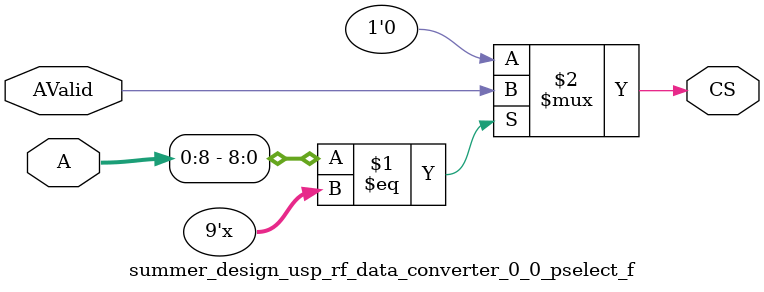
<source format=v>
`timescale 1 ps/1 ps

module summer_design_usp_rf_data_converter_0_0_pselect_f ( A, AValid, CS) ;

parameter C_AB  = 9;
parameter C_AW  = 32;
parameter [0:C_AW - 1] C_BAR =  'bz;
parameter C_FAMILY  = "nofamily";
input[0:C_AW-1] A; 
input AValid; 
output CS; 
wire CS;
parameter [0:C_AB-1]BAR = C_BAR[0:C_AB-1];

//----------------------------------------------------------------------------
// Build a behavioral decoder
//----------------------------------------------------------------------------
generate
if (C_AB > 0) begin : XST_WA
assign CS = (A[0:C_AB - 1] == BAR[0:C_AB - 1]) ? AValid : 1'b0 ;
end
endgenerate

generate
if (C_AB == 0) begin : PASS_ON_GEN
assign CS = AValid ;
end
endgenerate
endmodule

</source>
